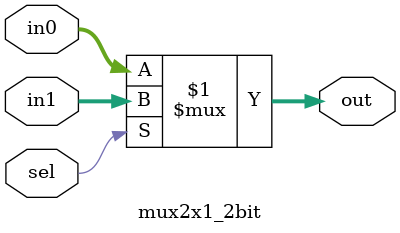
<source format=v>
module mux2x1_2bit (
    input  wire [1:0] in0,
    input  wire [1:0] in1,
    input  wire       sel,
    output wire [1:0] out
);

    assign out = sel ? in1 : in0;

endmodule

</source>
